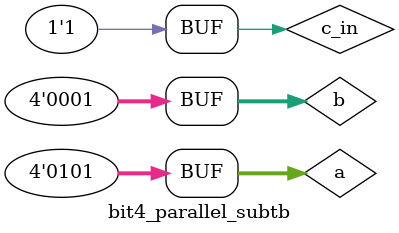
<source format=v>
module bit4_parallel_subtb;

	// Inputs
	reg [3:0] a;
	reg [3:0] b;
	reg c_in;

	// Outputs
	wire [3:0] diff;
	wire b_out;

	// Instantiate the Unit Under Test (UUT)
	bit4_parallel_sub uut (
		.a(a), 
		.b(b), 
		.c_in(c_in), 
		.diff(diff), 
		.b_out(b_out)
	);

	initial begin
		// Initialize Inputs
		$monitor("Time = %0t | a = %b, b = %b, c_in = %b | diff = %b, b_out = %b", 
                 $time, a, b, c_in, diff, b_out);
		// Initialize Inputs
		a = 4'b0101;
		b = 4'b0001;
		c_in = 1;

		// Wait 100 ns for global reset to finish
		#100;
        
		// Add stimulus here

	end
      
endmodule

</source>
